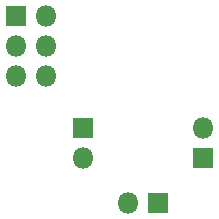
<source format=gbr>
G04 #@! TF.GenerationSoftware,KiCad,Pcbnew,(5.1.0)-1*
G04 #@! TF.CreationDate,2019-05-24T17:14:51-04:00*
G04 #@! TF.ProjectId,PicoTracker1Rev2,5069636f-5472-4616-936b-657231526576,rev?*
G04 #@! TF.SameCoordinates,Original*
G04 #@! TF.FileFunction,Soldermask,Bot*
G04 #@! TF.FilePolarity,Negative*
%FSLAX46Y46*%
G04 Gerber Fmt 4.6, Leading zero omitted, Abs format (unit mm)*
G04 Created by KiCad (PCBNEW (5.1.0)-1) date 2019-05-24 17:14:51*
%MOMM*%
%LPD*%
G04 APERTURE LIST*
%ADD10R,1.801600X1.801600*%
%ADD11O,1.801600X1.801600*%
G04 APERTURE END LIST*
D10*
X209550000Y-194310000D03*
D11*
X207010000Y-194310000D03*
D10*
X213360000Y-190500000D03*
D11*
X213360000Y-187960000D03*
D10*
X197485000Y-178435000D03*
D11*
X200025000Y-178435000D03*
X197485000Y-180975000D03*
X200025000Y-180975000D03*
X197485000Y-183515000D03*
X200025000Y-183515000D03*
D10*
X203200000Y-187960000D03*
D11*
X203200000Y-190500000D03*
M02*

</source>
